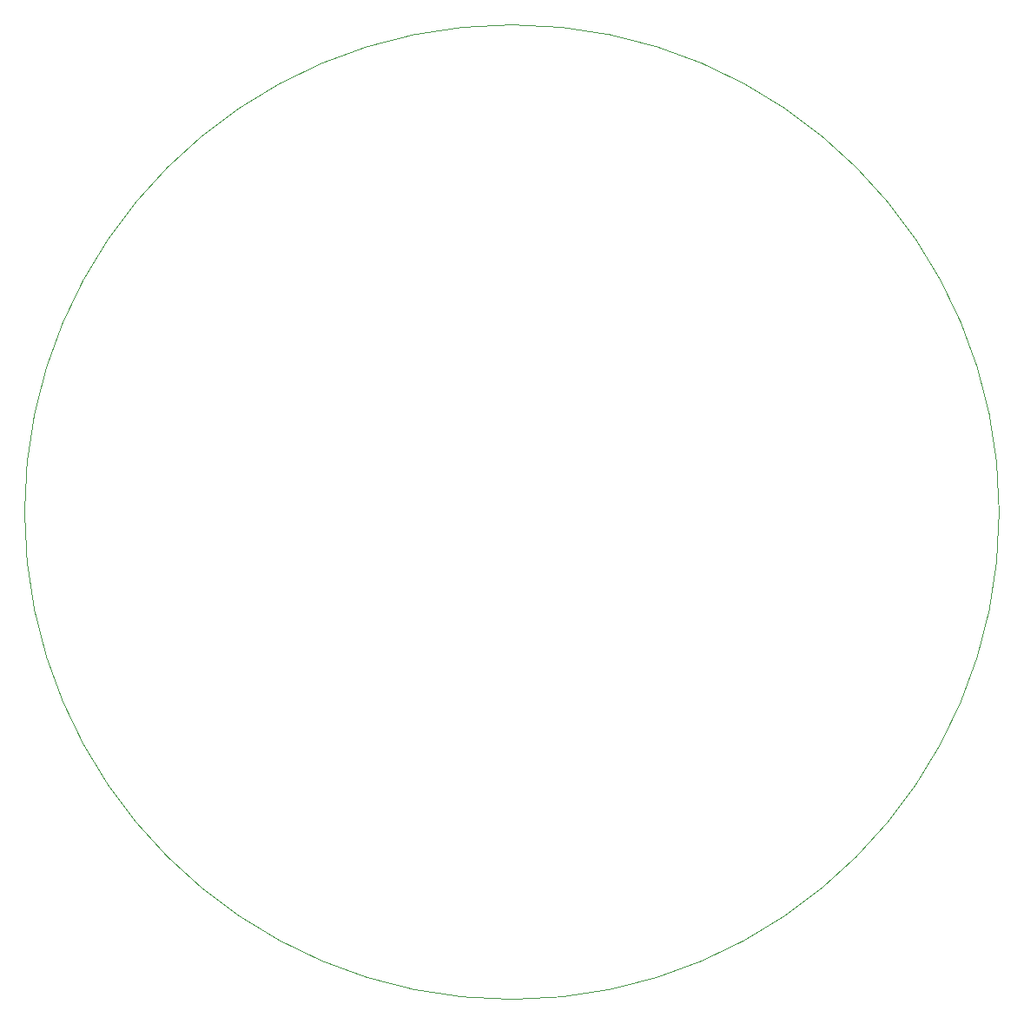
<source format=gbr>
%TF.GenerationSoftware,KiCad,Pcbnew,8.0.5*%
%TF.CreationDate,2025-04-28T01:24:50-04:00*%
%TF.ProjectId,CanSat_Power_Management_Board,43616e53-6174-45f5-906f-7765725f4d61,rev?*%
%TF.SameCoordinates,Original*%
%TF.FileFunction,Profile,NP*%
%FSLAX46Y46*%
G04 Gerber Fmt 4.6, Leading zero omitted, Abs format (unit mm)*
G04 Created by KiCad (PCBNEW 8.0.5) date 2025-04-28 01:24:50*
%MOMM*%
%LPD*%
G01*
G04 APERTURE LIST*
%TA.AperFunction,Profile*%
%ADD10C,0.050000*%
%TD*%
G04 APERTURE END LIST*
D10*
X197500000Y-100000000D02*
G75*
G02*
X102500000Y-100000000I-47500000J0D01*
G01*
X102500000Y-100000000D02*
G75*
G02*
X197500000Y-100000000I47500000J0D01*
G01*
M02*

</source>
